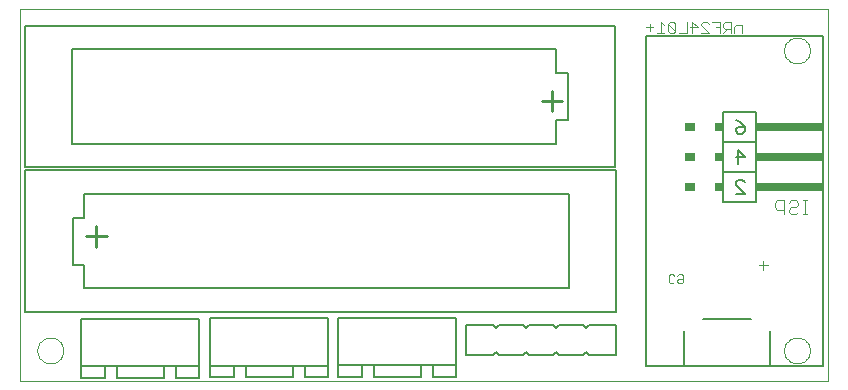
<source format=gbo>
G75*
G70*
%OFA0B0*%
%FSLAX24Y24*%
%IPPOS*%
%LPD*%
%AMOC8*
5,1,8,0,0,1.08239X$1,22.5*
%
%ADD10C,0.0000*%
%ADD11C,0.0040*%
%ADD12C,0.0079*%
%ADD13C,0.0060*%
%ADD14C,0.0260*%
%ADD15C,0.0050*%
%ADD16R,0.0300X0.0260*%
%ADD17R,0.0260X0.0260*%
%ADD18R,0.0320X0.0260*%
%ADD19C,0.0030*%
%ADD20C,0.0090*%
%ADD21C,0.0080*%
D10*
X001633Y001315D02*
X001633Y013697D01*
X028557Y013697D01*
X028557Y001315D01*
X001633Y001315D01*
X002204Y002322D02*
X002206Y002363D01*
X002212Y002404D01*
X002222Y002444D01*
X002235Y002483D01*
X002252Y002520D01*
X002273Y002556D01*
X002297Y002590D01*
X002324Y002621D01*
X002353Y002649D01*
X002386Y002675D01*
X002420Y002697D01*
X002457Y002716D01*
X002495Y002731D01*
X002535Y002743D01*
X002575Y002751D01*
X002616Y002755D01*
X002658Y002755D01*
X002699Y002751D01*
X002739Y002743D01*
X002779Y002731D01*
X002817Y002716D01*
X002853Y002697D01*
X002888Y002675D01*
X002921Y002649D01*
X002950Y002621D01*
X002977Y002590D01*
X003001Y002556D01*
X003022Y002520D01*
X003039Y002483D01*
X003052Y002444D01*
X003062Y002404D01*
X003068Y002363D01*
X003070Y002322D01*
X003068Y002281D01*
X003062Y002240D01*
X003052Y002200D01*
X003039Y002161D01*
X003022Y002124D01*
X003001Y002088D01*
X002977Y002054D01*
X002950Y002023D01*
X002921Y001995D01*
X002888Y001969D01*
X002854Y001947D01*
X002817Y001928D01*
X002779Y001913D01*
X002739Y001901D01*
X002699Y001893D01*
X002658Y001889D01*
X002616Y001889D01*
X002575Y001893D01*
X002535Y001901D01*
X002495Y001913D01*
X002457Y001928D01*
X002421Y001947D01*
X002386Y001969D01*
X002353Y001995D01*
X002324Y002023D01*
X002297Y002054D01*
X002273Y002088D01*
X002252Y002124D01*
X002235Y002161D01*
X002222Y002200D01*
X002212Y002240D01*
X002206Y002281D01*
X002204Y002322D01*
X027094Y002322D02*
X027096Y002363D01*
X027102Y002404D01*
X027112Y002444D01*
X027125Y002483D01*
X027142Y002520D01*
X027163Y002556D01*
X027187Y002590D01*
X027214Y002621D01*
X027243Y002649D01*
X027276Y002675D01*
X027310Y002697D01*
X027347Y002716D01*
X027385Y002731D01*
X027425Y002743D01*
X027465Y002751D01*
X027506Y002755D01*
X027548Y002755D01*
X027589Y002751D01*
X027629Y002743D01*
X027669Y002731D01*
X027707Y002716D01*
X027743Y002697D01*
X027778Y002675D01*
X027811Y002649D01*
X027840Y002621D01*
X027867Y002590D01*
X027891Y002556D01*
X027912Y002520D01*
X027929Y002483D01*
X027942Y002444D01*
X027952Y002404D01*
X027958Y002363D01*
X027960Y002322D01*
X027958Y002281D01*
X027952Y002240D01*
X027942Y002200D01*
X027929Y002161D01*
X027912Y002124D01*
X027891Y002088D01*
X027867Y002054D01*
X027840Y002023D01*
X027811Y001995D01*
X027778Y001969D01*
X027744Y001947D01*
X027707Y001928D01*
X027669Y001913D01*
X027629Y001901D01*
X027589Y001893D01*
X027548Y001889D01*
X027506Y001889D01*
X027465Y001893D01*
X027425Y001901D01*
X027385Y001913D01*
X027347Y001928D01*
X027311Y001947D01*
X027276Y001969D01*
X027243Y001995D01*
X027214Y002023D01*
X027187Y002054D01*
X027163Y002088D01*
X027142Y002124D01*
X027125Y002161D01*
X027112Y002200D01*
X027102Y002240D01*
X027096Y002281D01*
X027094Y002322D01*
X027094Y012322D02*
X027096Y012363D01*
X027102Y012404D01*
X027112Y012444D01*
X027125Y012483D01*
X027142Y012520D01*
X027163Y012556D01*
X027187Y012590D01*
X027214Y012621D01*
X027243Y012649D01*
X027276Y012675D01*
X027310Y012697D01*
X027347Y012716D01*
X027385Y012731D01*
X027425Y012743D01*
X027465Y012751D01*
X027506Y012755D01*
X027548Y012755D01*
X027589Y012751D01*
X027629Y012743D01*
X027669Y012731D01*
X027707Y012716D01*
X027743Y012697D01*
X027778Y012675D01*
X027811Y012649D01*
X027840Y012621D01*
X027867Y012590D01*
X027891Y012556D01*
X027912Y012520D01*
X027929Y012483D01*
X027942Y012444D01*
X027952Y012404D01*
X027958Y012363D01*
X027960Y012322D01*
X027958Y012281D01*
X027952Y012240D01*
X027942Y012200D01*
X027929Y012161D01*
X027912Y012124D01*
X027891Y012088D01*
X027867Y012054D01*
X027840Y012023D01*
X027811Y011995D01*
X027778Y011969D01*
X027744Y011947D01*
X027707Y011928D01*
X027669Y011913D01*
X027629Y011901D01*
X027589Y011893D01*
X027548Y011889D01*
X027506Y011889D01*
X027465Y011893D01*
X027425Y011901D01*
X027385Y011913D01*
X027347Y011928D01*
X027311Y011947D01*
X027276Y011969D01*
X027243Y011995D01*
X027214Y012023D01*
X027187Y012054D01*
X027163Y012088D01*
X027142Y012124D01*
X027125Y012161D01*
X027112Y012200D01*
X027102Y012240D01*
X027096Y012281D01*
X027094Y012322D01*
D11*
X027102Y007327D02*
X026871Y007327D01*
X026795Y007251D01*
X026795Y007097D01*
X026871Y007020D01*
X027102Y007020D01*
X027102Y006867D02*
X027102Y007327D01*
X027255Y007251D02*
X027332Y007327D01*
X027485Y007327D01*
X027562Y007251D01*
X027562Y007174D01*
X027485Y007097D01*
X027332Y007097D01*
X027255Y007020D01*
X027255Y006944D01*
X027332Y006867D01*
X027485Y006867D01*
X027562Y006944D01*
X027716Y006867D02*
X027869Y006867D01*
X027792Y006867D02*
X027792Y007327D01*
X027716Y007327D02*
X027869Y007327D01*
X026402Y005321D02*
X026402Y005014D01*
X026248Y005168D02*
X026555Y005168D01*
D12*
X028407Y001804D02*
X022507Y001804D01*
X022507Y012804D01*
X028407Y012804D01*
X028407Y001804D01*
D13*
X021490Y002167D02*
X020590Y002167D01*
X020490Y002267D01*
X020390Y002167D01*
X019590Y002167D01*
X019490Y002267D01*
X019390Y002167D01*
X018590Y002167D01*
X018490Y002267D01*
X018390Y002167D01*
X017590Y002167D01*
X017490Y002267D01*
X017390Y002167D01*
X016490Y002167D01*
X016490Y003167D01*
X017390Y003167D01*
X017490Y003067D01*
X017590Y003167D01*
X018390Y003167D01*
X018490Y003067D01*
X018590Y003167D01*
X019390Y003167D01*
X019490Y003067D01*
X019590Y003167D01*
X020390Y003167D01*
X020490Y003067D01*
X020590Y003167D01*
X021490Y003167D01*
X021490Y002167D01*
X025043Y007272D02*
X026143Y007272D01*
X026143Y008272D01*
X026143Y009272D01*
X025043Y009272D01*
X025043Y008272D01*
X025043Y007272D01*
X025043Y008272D02*
X026143Y008272D01*
X026143Y009272D02*
X026143Y010272D01*
X025043Y010272D01*
X025043Y009272D01*
D14*
X026443Y009772D02*
X028293Y009772D01*
X028293Y008772D02*
X026443Y008772D01*
X026443Y007772D02*
X028293Y007772D01*
D15*
X025779Y007922D02*
X025704Y007997D01*
X025553Y007997D01*
X025478Y007922D01*
X025478Y007847D01*
X025779Y007547D01*
X025478Y007547D01*
X025553Y008547D02*
X025553Y008997D01*
X025779Y008772D01*
X025478Y008772D01*
X025553Y009547D02*
X025478Y009622D01*
X025478Y009697D01*
X025553Y009772D01*
X025779Y009772D01*
X025779Y009622D01*
X025704Y009547D01*
X025553Y009547D01*
X025779Y009772D02*
X025628Y009922D01*
X025478Y009997D01*
X021473Y008429D02*
X021473Y013154D01*
X001787Y013154D01*
X001787Y008429D01*
X021473Y008429D01*
X021487Y008328D02*
X001802Y008328D01*
X001802Y003604D01*
X021487Y003604D01*
X021487Y008328D01*
X019913Y007541D02*
X003771Y007541D01*
X003771Y006753D01*
X003377Y006753D01*
X003377Y005178D01*
X003771Y005178D01*
X003771Y004391D01*
X019913Y004391D01*
X019913Y007541D01*
X019504Y009217D02*
X003362Y009217D01*
X003362Y012366D01*
X019504Y012366D01*
X019504Y011579D01*
X019898Y011579D01*
X019898Y010004D01*
X019504Y010004D01*
X019504Y009217D01*
X016171Y003399D02*
X012234Y003399D01*
X012234Y001824D01*
X012234Y001430D01*
X013021Y001430D01*
X013021Y001824D01*
X013415Y001824D01*
X013415Y001430D01*
X014989Y001430D01*
X014989Y001824D01*
X015383Y001824D01*
X015383Y001430D01*
X016171Y001430D01*
X016171Y001824D01*
X016171Y003399D01*
X016171Y001824D02*
X015383Y001824D01*
X014989Y001824D02*
X013415Y001824D01*
X013021Y001824D02*
X012234Y001824D01*
X011906Y001816D02*
X011906Y001423D01*
X011119Y001423D01*
X011119Y001816D01*
X011906Y001816D01*
X011906Y003391D01*
X007969Y003391D01*
X007969Y001816D01*
X007969Y001423D01*
X008756Y001423D01*
X008756Y001816D01*
X009150Y001816D01*
X009150Y001423D01*
X010725Y001423D01*
X010725Y001816D01*
X011119Y001816D01*
X010725Y001816D02*
X009150Y001816D01*
X008756Y001816D02*
X007969Y001816D01*
X007608Y001806D02*
X007608Y001412D01*
X006821Y001412D01*
X006821Y001806D01*
X007608Y001806D01*
X007608Y003380D01*
X003671Y003380D01*
X003671Y001806D01*
X003671Y001412D01*
X004459Y001412D01*
X004459Y001806D01*
X004852Y001806D01*
X004852Y001412D01*
X006427Y001412D01*
X006427Y001806D01*
X006821Y001806D01*
X006427Y001806D02*
X004852Y001806D01*
X004459Y001806D02*
X003671Y001806D01*
D16*
X026293Y007772D03*
X026293Y008772D03*
X026293Y009772D03*
D17*
X024913Y009772D03*
X024913Y008772D03*
X024913Y007772D03*
D18*
X023943Y007772D03*
X023943Y008772D03*
X023943Y009772D03*
D19*
X024026Y012912D02*
X024026Y013282D01*
X024212Y013097D01*
X023965Y013097D01*
X023843Y013282D02*
X023843Y012912D01*
X023596Y012912D01*
X023475Y012974D02*
X023228Y013221D01*
X023228Y012974D01*
X023290Y012912D01*
X023413Y012912D01*
X023475Y012974D01*
X023475Y013221D01*
X023413Y013282D01*
X023290Y013282D01*
X023228Y013221D01*
X023107Y013159D02*
X022983Y013282D01*
X022983Y012912D01*
X022860Y012912D02*
X023107Y012912D01*
X022738Y013097D02*
X022491Y013097D01*
X022615Y012974D02*
X022615Y013221D01*
X024333Y013221D02*
X024395Y013282D01*
X024518Y013282D01*
X024580Y013221D01*
X024701Y013282D02*
X024948Y013282D01*
X024948Y012912D01*
X025070Y012912D02*
X025193Y013035D01*
X025131Y013035D02*
X025317Y013035D01*
X025317Y012912D02*
X025317Y013282D01*
X025131Y013282D01*
X025070Y013221D01*
X025070Y013097D01*
X025131Y013035D01*
X024948Y013097D02*
X024825Y013097D01*
X024580Y012912D02*
X024333Y012912D01*
X024580Y012912D02*
X024333Y013159D01*
X024333Y013221D01*
X025438Y013097D02*
X025438Y012912D01*
X025685Y012912D02*
X025685Y013159D01*
X025500Y013159D01*
X025438Y013097D01*
X023687Y004862D02*
X023735Y004813D01*
X023735Y004620D01*
X023687Y004572D01*
X023590Y004572D01*
X023542Y004620D01*
X023542Y004668D01*
X023590Y004717D01*
X023735Y004717D01*
X023687Y004862D02*
X023590Y004862D01*
X023542Y004813D01*
X023440Y004813D02*
X023392Y004862D01*
X023295Y004862D01*
X023247Y004813D01*
X023247Y004620D01*
X023295Y004572D01*
X023392Y004572D01*
X023440Y004620D01*
D20*
X019349Y010297D02*
X019349Y010972D01*
X019687Y010634D02*
X019011Y010634D01*
X004513Y006124D02*
X003838Y006124D01*
X004176Y006461D02*
X004176Y005786D01*
D21*
X023755Y002982D02*
X023755Y001801D01*
X026629Y001801D01*
X026629Y002982D01*
X025979Y003376D02*
X024404Y003376D01*
M02*

</source>
